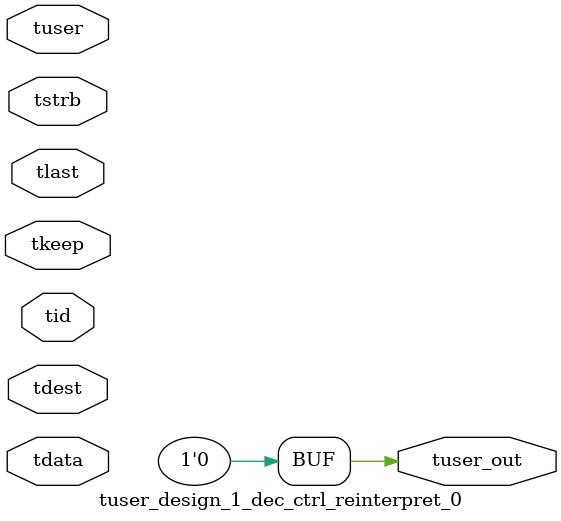
<source format=v>


`timescale 1ps/1ps

module tuser_design_1_dec_ctrl_reinterpret_0 #
(
parameter C_S_AXIS_TUSER_WIDTH = 1,
parameter C_S_AXIS_TDATA_WIDTH = 32,
parameter C_S_AXIS_TID_WIDTH   = 0,
parameter C_S_AXIS_TDEST_WIDTH = 0,
parameter C_M_AXIS_TUSER_WIDTH = 1
)
(
input  [(C_S_AXIS_TUSER_WIDTH == 0 ? 1 : C_S_AXIS_TUSER_WIDTH)-1:0     ] tuser,
input  [(C_S_AXIS_TDATA_WIDTH == 0 ? 1 : C_S_AXIS_TDATA_WIDTH)-1:0     ] tdata,
input  [(C_S_AXIS_TID_WIDTH   == 0 ? 1 : C_S_AXIS_TID_WIDTH)-1:0       ] tid,
input  [(C_S_AXIS_TDEST_WIDTH == 0 ? 1 : C_S_AXIS_TDEST_WIDTH)-1:0     ] tdest,
input  [(C_S_AXIS_TDATA_WIDTH/8)-1:0 ] tkeep,
input  [(C_S_AXIS_TDATA_WIDTH/8)-1:0 ] tstrb,
input                                                                    tlast,
output [C_M_AXIS_TUSER_WIDTH-1:0] tuser_out
);

assign tuser_out = {1'b0};

endmodule


</source>
